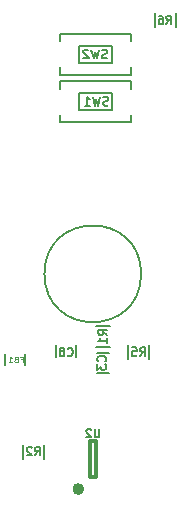
<source format=gbr>
G04 #@! TF.FileFunction,Legend,Bot*
%FSLAX46Y46*%
G04 Gerber Fmt 4.6, Leading zero omitted, Abs format (unit mm)*
G04 Created by KiCad (PCBNEW 4.0.4-stable) date 12/12/16 19:20:19*
%MOMM*%
%LPD*%
G01*
G04 APERTURE LIST*
%ADD10C,0.100000*%
%ADD11C,0.127000*%
%ADD12C,0.150000*%
%ADD13C,0.307000*%
%ADD14C,0.500000*%
%ADD15C,0.125000*%
G04 APERTURE END LIST*
D10*
D11*
X155067753Y-83005000D02*
G75*
G03X155067753Y-83005000I-4092753J0D01*
G01*
D12*
X151310000Y-89680000D02*
X152310000Y-89680000D01*
X152310000Y-91380000D02*
X151310000Y-91380000D01*
X147850000Y-90050000D02*
X147850000Y-89050000D01*
X149550000Y-89050000D02*
X149550000Y-90050000D01*
X145260000Y-89750000D02*
X145260000Y-90750000D01*
X143560000Y-90750000D02*
X143560000Y-89750000D01*
X152410000Y-87455000D02*
X151210000Y-87455000D01*
X151210000Y-89205000D02*
X152410000Y-89205000D01*
X155715000Y-90210000D02*
X155715000Y-89010000D01*
X153965000Y-89010000D02*
X153965000Y-90210000D01*
X157985000Y-62140000D02*
X157985000Y-60940000D01*
X156235000Y-60940000D02*
X156235000Y-62140000D01*
X152580000Y-63730000D02*
X149780000Y-63730000D01*
X149780000Y-63730000D02*
X149780000Y-65130000D01*
X149780000Y-65130000D02*
X152580000Y-65130000D01*
X152580000Y-65130000D02*
X152580000Y-63730000D01*
X148180000Y-62680000D02*
X148180000Y-63330000D01*
X148180000Y-66180000D02*
X148180000Y-65530000D01*
X154180000Y-65530000D02*
X154180000Y-66180000D01*
X154180000Y-62680000D02*
X154180000Y-63330000D01*
X148180000Y-62680000D02*
X154180000Y-62680000D01*
X154180000Y-66180000D02*
X148180000Y-66180000D01*
X149780000Y-69130000D02*
X152580000Y-69130000D01*
X152580000Y-69130000D02*
X152580000Y-67730000D01*
X152580000Y-67730000D02*
X149780000Y-67730000D01*
X149780000Y-67730000D02*
X149780000Y-69130000D01*
X154180000Y-70180000D02*
X154180000Y-69530000D01*
X154180000Y-66680000D02*
X154180000Y-67330000D01*
X148180000Y-67330000D02*
X148180000Y-66680000D01*
X148180000Y-70180000D02*
X148180000Y-69530000D01*
X154180000Y-70180000D02*
X148180000Y-70180000D01*
X148180000Y-66680000D02*
X154180000Y-66680000D01*
D13*
X150766000Y-100208000D02*
X151274000Y-100208000D01*
X150766000Y-97160000D02*
X150766000Y-100208000D01*
X151274000Y-97160000D02*
X150766000Y-97160000D01*
X151274000Y-100208000D02*
X151274000Y-97160000D01*
D14*
X150000000Y-101224000D02*
G75*
G03X150000000Y-101224000I-250000J0D01*
G01*
D12*
X145100000Y-97475000D02*
X145100000Y-98675000D01*
X146850000Y-98675000D02*
X146850000Y-97475000D01*
X152027857Y-90405000D02*
X152063571Y-90369286D01*
X152099286Y-90262143D01*
X152099286Y-90190714D01*
X152063571Y-90083571D01*
X151992143Y-90012143D01*
X151920714Y-89976428D01*
X151777857Y-89940714D01*
X151670714Y-89940714D01*
X151527857Y-89976428D01*
X151456429Y-90012143D01*
X151385000Y-90083571D01*
X151349286Y-90190714D01*
X151349286Y-90262143D01*
X151385000Y-90369286D01*
X151420714Y-90405000D01*
X151349286Y-90655000D02*
X151349286Y-91119286D01*
X151635000Y-90869286D01*
X151635000Y-90976428D01*
X151670714Y-91047857D01*
X151706429Y-91083571D01*
X151777857Y-91119286D01*
X151956429Y-91119286D01*
X152027857Y-91083571D01*
X152063571Y-91047857D01*
X152099286Y-90976428D01*
X152099286Y-90762143D01*
X152063571Y-90690714D01*
X152027857Y-90655000D01*
X148836666Y-89905000D02*
X148870000Y-89938333D01*
X148970000Y-89971667D01*
X149036666Y-89971667D01*
X149136666Y-89938333D01*
X149203333Y-89871667D01*
X149236666Y-89805000D01*
X149270000Y-89671667D01*
X149270000Y-89571667D01*
X149236666Y-89438333D01*
X149203333Y-89371667D01*
X149136666Y-89305000D01*
X149036666Y-89271667D01*
X148970000Y-89271667D01*
X148870000Y-89305000D01*
X148836666Y-89338333D01*
X148436666Y-89571667D02*
X148503333Y-89538333D01*
X148536666Y-89505000D01*
X148570000Y-89438333D01*
X148570000Y-89405000D01*
X148536666Y-89338333D01*
X148503333Y-89305000D01*
X148436666Y-89271667D01*
X148303333Y-89271667D01*
X148236666Y-89305000D01*
X148203333Y-89338333D01*
X148170000Y-89405000D01*
X148170000Y-89438333D01*
X148203333Y-89505000D01*
X148236666Y-89538333D01*
X148303333Y-89571667D01*
X148436666Y-89571667D01*
X148503333Y-89605000D01*
X148536666Y-89638333D01*
X148570000Y-89705000D01*
X148570000Y-89838333D01*
X148536666Y-89905000D01*
X148503333Y-89938333D01*
X148436666Y-89971667D01*
X148303333Y-89971667D01*
X148236666Y-89938333D01*
X148203333Y-89905000D01*
X148170000Y-89838333D01*
X148170000Y-89705000D01*
X148203333Y-89638333D01*
X148236666Y-89605000D01*
X148303333Y-89571667D01*
D15*
X144871666Y-90249286D02*
X145038332Y-90249286D01*
X145038332Y-90511190D02*
X145038332Y-90011190D01*
X144800237Y-90011190D01*
X144443095Y-90249286D02*
X144371666Y-90273095D01*
X144347857Y-90296905D01*
X144324047Y-90344524D01*
X144324047Y-90415952D01*
X144347857Y-90463571D01*
X144371666Y-90487381D01*
X144419285Y-90511190D01*
X144609761Y-90511190D01*
X144609761Y-90011190D01*
X144443095Y-90011190D01*
X144395476Y-90035000D01*
X144371666Y-90058810D01*
X144347857Y-90106429D01*
X144347857Y-90154048D01*
X144371666Y-90201667D01*
X144395476Y-90225476D01*
X144443095Y-90249286D01*
X144609761Y-90249286D01*
X143847857Y-90511190D02*
X144133571Y-90511190D01*
X143990714Y-90511190D02*
X143990714Y-90011190D01*
X144038333Y-90082619D01*
X144085952Y-90130238D01*
X144133571Y-90154048D01*
D12*
X152199286Y-88180000D02*
X151842143Y-87930000D01*
X152199286Y-87751428D02*
X151449286Y-87751428D01*
X151449286Y-88037143D01*
X151485000Y-88108571D01*
X151520714Y-88144286D01*
X151592143Y-88180000D01*
X151699286Y-88180000D01*
X151770714Y-88144286D01*
X151806429Y-88108571D01*
X151842143Y-88037143D01*
X151842143Y-87751428D01*
X152199286Y-88894286D02*
X152199286Y-88465714D01*
X152199286Y-88680000D02*
X151449286Y-88680000D01*
X151556429Y-88608571D01*
X151627857Y-88537143D01*
X151663571Y-88465714D01*
X154970000Y-89969286D02*
X155220000Y-89612143D01*
X155398572Y-89969286D02*
X155398572Y-89219286D01*
X155112857Y-89219286D01*
X155041429Y-89255000D01*
X155005714Y-89290714D01*
X154970000Y-89362143D01*
X154970000Y-89469286D01*
X155005714Y-89540714D01*
X155041429Y-89576429D01*
X155112857Y-89612143D01*
X155398572Y-89612143D01*
X154291429Y-89219286D02*
X154648572Y-89219286D01*
X154684286Y-89576429D01*
X154648572Y-89540714D01*
X154577143Y-89505000D01*
X154398572Y-89505000D01*
X154327143Y-89540714D01*
X154291429Y-89576429D01*
X154255714Y-89647857D01*
X154255714Y-89826429D01*
X154291429Y-89897857D01*
X154327143Y-89933571D01*
X154398572Y-89969286D01*
X154577143Y-89969286D01*
X154648572Y-89933571D01*
X154684286Y-89897857D01*
X157216666Y-61846667D02*
X157450000Y-61513333D01*
X157616666Y-61846667D02*
X157616666Y-61146667D01*
X157350000Y-61146667D01*
X157283333Y-61180000D01*
X157250000Y-61213333D01*
X157216666Y-61280000D01*
X157216666Y-61380000D01*
X157250000Y-61446667D01*
X157283333Y-61480000D01*
X157350000Y-61513333D01*
X157616666Y-61513333D01*
X156616666Y-61146667D02*
X156750000Y-61146667D01*
X156816666Y-61180000D01*
X156850000Y-61213333D01*
X156916666Y-61313333D01*
X156950000Y-61446667D01*
X156950000Y-61713333D01*
X156916666Y-61780000D01*
X156883333Y-61813333D01*
X156816666Y-61846667D01*
X156683333Y-61846667D01*
X156616666Y-61813333D01*
X156583333Y-61780000D01*
X156550000Y-61713333D01*
X156550000Y-61546667D01*
X156583333Y-61480000D01*
X156616666Y-61446667D01*
X156683333Y-61413333D01*
X156816666Y-61413333D01*
X156883333Y-61446667D01*
X156916666Y-61480000D01*
X156950000Y-61546667D01*
X152180000Y-64733571D02*
X152072857Y-64769286D01*
X151894286Y-64769286D01*
X151822857Y-64733571D01*
X151787143Y-64697857D01*
X151751428Y-64626429D01*
X151751428Y-64555000D01*
X151787143Y-64483571D01*
X151822857Y-64447857D01*
X151894286Y-64412143D01*
X152037143Y-64376429D01*
X152108571Y-64340714D01*
X152144286Y-64305000D01*
X152180000Y-64233571D01*
X152180000Y-64162143D01*
X152144286Y-64090714D01*
X152108571Y-64055000D01*
X152037143Y-64019286D01*
X151858571Y-64019286D01*
X151751428Y-64055000D01*
X151501428Y-64019286D02*
X151322857Y-64769286D01*
X151180000Y-64233571D01*
X151037142Y-64769286D01*
X150858571Y-64019286D01*
X150608571Y-64090714D02*
X150572857Y-64055000D01*
X150501428Y-64019286D01*
X150322857Y-64019286D01*
X150251428Y-64055000D01*
X150215714Y-64090714D01*
X150179999Y-64162143D01*
X150179999Y-64233571D01*
X150215714Y-64340714D01*
X150644285Y-64769286D01*
X150179999Y-64769286D01*
X152280000Y-68733571D02*
X152172857Y-68769286D01*
X151994286Y-68769286D01*
X151922857Y-68733571D01*
X151887143Y-68697857D01*
X151851428Y-68626429D01*
X151851428Y-68555000D01*
X151887143Y-68483571D01*
X151922857Y-68447857D01*
X151994286Y-68412143D01*
X152137143Y-68376429D01*
X152208571Y-68340714D01*
X152244286Y-68305000D01*
X152280000Y-68233571D01*
X152280000Y-68162143D01*
X152244286Y-68090714D01*
X152208571Y-68055000D01*
X152137143Y-68019286D01*
X151958571Y-68019286D01*
X151851428Y-68055000D01*
X151601428Y-68019286D02*
X151422857Y-68769286D01*
X151280000Y-68233571D01*
X151137142Y-68769286D01*
X150958571Y-68019286D01*
X150279999Y-68769286D02*
X150708571Y-68769286D01*
X150494285Y-68769286D02*
X150494285Y-68019286D01*
X150565714Y-68126429D01*
X150637142Y-68197857D01*
X150708571Y-68233571D01*
X151533333Y-96141667D02*
X151533333Y-96708333D01*
X151500000Y-96775000D01*
X151466667Y-96808333D01*
X151400000Y-96841667D01*
X151266667Y-96841667D01*
X151200000Y-96808333D01*
X151166667Y-96775000D01*
X151133333Y-96708333D01*
X151133333Y-96141667D01*
X150833334Y-96208333D02*
X150800000Y-96175000D01*
X150733334Y-96141667D01*
X150566667Y-96141667D01*
X150500000Y-96175000D01*
X150466667Y-96208333D01*
X150433334Y-96275000D01*
X150433334Y-96341667D01*
X150466667Y-96441667D01*
X150866667Y-96841667D01*
X150433334Y-96841667D01*
X146066667Y-98366667D02*
X146300001Y-98033333D01*
X146466667Y-98366667D02*
X146466667Y-97666667D01*
X146200001Y-97666667D01*
X146133334Y-97700000D01*
X146100001Y-97733333D01*
X146066667Y-97800000D01*
X146066667Y-97900000D01*
X146100001Y-97966667D01*
X146133334Y-98000000D01*
X146200001Y-98033333D01*
X146466667Y-98033333D01*
X145800001Y-97733333D02*
X145766667Y-97700000D01*
X145700001Y-97666667D01*
X145533334Y-97666667D01*
X145466667Y-97700000D01*
X145433334Y-97733333D01*
X145400001Y-97800000D01*
X145400001Y-97866667D01*
X145433334Y-97966667D01*
X145833334Y-98366667D01*
X145400001Y-98366667D01*
M02*

</source>
